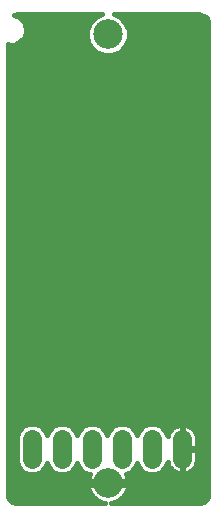
<source format=gbl>
G75*
G70*
%OFA0B0*%
%FSLAX24Y24*%
%IPPOS*%
%LPD*%
%AMOC8*
5,1,8,0,0,1.08239X$1,22.5*
%
%ADD10C,0.0640*%
%ADD11C,0.0984*%
%ADD12C,0.0160*%
D10*
X001552Y002109D02*
X001552Y002749D01*
X002552Y002749D02*
X002552Y002109D01*
X003552Y002109D02*
X003552Y002749D01*
X004552Y002749D02*
X004552Y002109D01*
X005552Y002109D02*
X005552Y002749D01*
X006552Y002749D02*
X006552Y002109D01*
D11*
X004072Y001288D03*
X004072Y016249D03*
D12*
X000734Y000864D02*
X000779Y000755D01*
X000862Y000673D01*
X000970Y000628D01*
X001028Y000622D01*
X003983Y000622D01*
X003940Y000628D01*
X003855Y000650D01*
X003774Y000684D01*
X003698Y000728D01*
X003628Y000782D01*
X003565Y000844D01*
X003512Y000914D01*
X003468Y000990D01*
X003434Y001072D01*
X003411Y001157D01*
X003403Y001220D01*
X004004Y001220D01*
X004004Y001356D01*
X003403Y001356D01*
X003411Y001420D01*
X003434Y001505D01*
X003468Y001586D01*
X003469Y001589D01*
X003448Y001589D01*
X003257Y001668D01*
X003111Y001814D01*
X003052Y001957D01*
X002993Y001814D01*
X002846Y001668D01*
X002655Y001589D01*
X002448Y001589D01*
X002257Y001668D01*
X002111Y001814D01*
X002052Y001957D01*
X001993Y001814D01*
X001846Y001668D01*
X001655Y001589D01*
X001448Y001589D01*
X001257Y001668D01*
X001111Y001814D01*
X001032Y002005D01*
X001032Y002852D01*
X001111Y003043D01*
X001257Y003189D01*
X001448Y003268D01*
X001655Y003268D01*
X001846Y003189D01*
X001993Y003043D01*
X002052Y002900D01*
X002111Y003043D01*
X002257Y003189D01*
X002448Y003268D01*
X002655Y003268D01*
X002846Y003189D01*
X002993Y003043D01*
X003052Y002900D01*
X003111Y003043D01*
X003257Y003189D01*
X003448Y003268D01*
X003655Y003268D01*
X003846Y003189D01*
X003993Y003043D01*
X004052Y002900D01*
X004111Y003043D01*
X004257Y003189D01*
X004448Y003268D01*
X004655Y003268D01*
X004846Y003189D01*
X004993Y003043D01*
X005052Y002900D01*
X005111Y003043D01*
X005257Y003189D01*
X005448Y003268D01*
X005655Y003268D01*
X005846Y003189D01*
X005993Y003043D01*
X006065Y002868D01*
X006088Y002940D01*
X006124Y003011D01*
X006170Y003074D01*
X006226Y003130D01*
X006290Y003176D01*
X006360Y003212D01*
X006435Y003236D01*
X006512Y003248D01*
X006532Y003248D01*
X006532Y002449D01*
X006572Y002449D01*
X006572Y003248D01*
X006591Y003248D01*
X006669Y003236D01*
X006744Y003212D01*
X006814Y003176D01*
X006878Y003130D01*
X006933Y003074D01*
X006979Y003011D01*
X007015Y002940D01*
X007039Y002866D01*
X007052Y002788D01*
X007052Y002449D01*
X006572Y002449D01*
X006572Y002408D01*
X006572Y001609D01*
X006591Y001609D01*
X006669Y001621D01*
X006744Y001645D01*
X006814Y001681D01*
X006878Y001727D01*
X006933Y001783D01*
X006979Y001846D01*
X007015Y001917D01*
X007039Y001991D01*
X007052Y002069D01*
X007052Y002408D01*
X006572Y002408D01*
X006532Y002408D01*
X006532Y001609D01*
X006512Y001609D01*
X006435Y001621D01*
X006360Y001645D01*
X006290Y001681D01*
X006226Y001727D01*
X006170Y001783D01*
X006124Y001846D01*
X006088Y001917D01*
X006065Y001989D01*
X005993Y001814D01*
X005846Y001668D01*
X005655Y001589D01*
X005448Y001589D01*
X005257Y001668D01*
X005111Y001814D01*
X005052Y001957D01*
X004993Y001814D01*
X004846Y001668D01*
X004671Y001595D01*
X004676Y001586D01*
X004710Y001505D01*
X004732Y001420D01*
X004741Y001356D01*
X004140Y001356D01*
X004140Y001220D01*
X004741Y001220D01*
X004732Y001157D01*
X004710Y001072D01*
X004676Y000990D01*
X004632Y000914D01*
X004578Y000844D01*
X004516Y000782D01*
X004446Y000728D01*
X004370Y000684D01*
X004288Y000650D01*
X004203Y000628D01*
X004161Y000622D01*
X007115Y000622D01*
X007174Y000628D01*
X007282Y000673D01*
X007365Y000755D01*
X007409Y000863D01*
X007415Y000922D01*
X007415Y016532D01*
X007415Y016586D01*
X007415Y016615D01*
X007409Y016673D01*
X007365Y016782D01*
X007282Y016864D01*
X007174Y016909D01*
X007115Y016915D01*
X004272Y016915D01*
X004464Y016836D01*
X004659Y016641D01*
X004764Y016386D01*
X004764Y016111D01*
X004659Y015857D01*
X004464Y015662D01*
X004209Y015557D01*
X003934Y015557D01*
X003680Y015662D01*
X003485Y015857D01*
X003380Y016111D01*
X003380Y016386D01*
X003485Y016641D01*
X003680Y016836D01*
X003872Y016915D01*
X001111Y016915D01*
X001084Y016915D01*
X001028Y016915D01*
X000970Y016909D01*
X000947Y016900D01*
X001124Y016826D01*
X001263Y016687D01*
X001339Y016505D01*
X001339Y016308D01*
X001263Y016126D01*
X001124Y015986D01*
X000942Y015911D01*
X000745Y015911D01*
X000728Y015918D01*
X000728Y001005D01*
X000728Y000987D01*
X000728Y000922D01*
X000734Y000864D01*
X000743Y000841D02*
X003568Y000841D01*
X003464Y001000D02*
X000728Y001000D01*
X000728Y001158D02*
X003411Y001158D01*
X003426Y001476D02*
X000728Y001476D01*
X000728Y001634D02*
X001338Y001634D01*
X001132Y001793D02*
X000728Y001793D01*
X000728Y001951D02*
X001054Y001951D01*
X001032Y002110D02*
X000728Y002110D01*
X000728Y002268D02*
X001032Y002268D01*
X001032Y002427D02*
X000728Y002427D01*
X000728Y002585D02*
X001032Y002585D01*
X001032Y002744D02*
X000728Y002744D01*
X000728Y002902D02*
X001053Y002902D01*
X001129Y003061D02*
X000728Y003061D01*
X000728Y003219D02*
X001330Y003219D01*
X001773Y003219D02*
X002330Y003219D01*
X002129Y003061D02*
X001975Y003061D01*
X002051Y002902D02*
X002053Y002902D01*
X002049Y001951D02*
X002054Y001951D01*
X002132Y001793D02*
X001971Y001793D01*
X001765Y001634D02*
X002338Y001634D01*
X002765Y001634D02*
X003338Y001634D01*
X003132Y001793D02*
X002971Y001793D01*
X003049Y001951D02*
X003054Y001951D01*
X003051Y002902D02*
X003053Y002902D01*
X003129Y003061D02*
X002975Y003061D01*
X002773Y003219D02*
X003330Y003219D01*
X003773Y003219D02*
X004330Y003219D01*
X004129Y003061D02*
X003975Y003061D01*
X004051Y002902D02*
X004053Y002902D01*
X004717Y001476D02*
X007415Y001476D01*
X007415Y001634D02*
X006710Y001634D01*
X006572Y001634D02*
X006532Y001634D01*
X006532Y001793D02*
X006572Y001793D01*
X006572Y001951D02*
X006532Y001951D01*
X006532Y002110D02*
X006572Y002110D01*
X006572Y002268D02*
X006532Y002268D01*
X006572Y002427D02*
X007415Y002427D01*
X007415Y002585D02*
X007052Y002585D01*
X007052Y002744D02*
X007415Y002744D01*
X007415Y002902D02*
X007028Y002902D01*
X006943Y003061D02*
X007415Y003061D01*
X007415Y003219D02*
X006720Y003219D01*
X006572Y003219D02*
X006532Y003219D01*
X006532Y003061D02*
X006572Y003061D01*
X006572Y002902D02*
X006532Y002902D01*
X006532Y002744D02*
X006572Y002744D01*
X006572Y002585D02*
X006532Y002585D01*
X006383Y003219D02*
X005773Y003219D01*
X005975Y003061D02*
X006161Y003061D01*
X006076Y002902D02*
X006051Y002902D01*
X006049Y001951D02*
X006077Y001951D01*
X006163Y001793D02*
X005971Y001793D01*
X005765Y001634D02*
X006394Y001634D01*
X006940Y001793D02*
X007415Y001793D01*
X007415Y001951D02*
X007026Y001951D01*
X007052Y002110D02*
X007415Y002110D01*
X007415Y002268D02*
X007052Y002268D01*
X007415Y001317D02*
X004140Y001317D01*
X004004Y001317D02*
X000728Y001317D01*
X000852Y000683D02*
X003777Y000683D01*
X004367Y000683D02*
X007292Y000683D01*
X007400Y000841D02*
X004575Y000841D01*
X004680Y001000D02*
X007415Y001000D01*
X007415Y001158D02*
X004733Y001158D01*
X004765Y001634D02*
X005338Y001634D01*
X005132Y001793D02*
X004971Y001793D01*
X005049Y001951D02*
X005054Y001951D01*
X005051Y002902D02*
X005053Y002902D01*
X005129Y003061D02*
X004975Y003061D01*
X004773Y003219D02*
X005330Y003219D01*
X007415Y003378D02*
X000728Y003378D01*
X000728Y003537D02*
X007415Y003537D01*
X007415Y003695D02*
X000728Y003695D01*
X000728Y003854D02*
X007415Y003854D01*
X007415Y004012D02*
X000728Y004012D01*
X000728Y004171D02*
X007415Y004171D01*
X007415Y004329D02*
X000728Y004329D01*
X000728Y004488D02*
X007415Y004488D01*
X007415Y004646D02*
X000728Y004646D01*
X000728Y004805D02*
X007415Y004805D01*
X007415Y004963D02*
X000728Y004963D01*
X000728Y005122D02*
X007415Y005122D01*
X007415Y005281D02*
X000728Y005281D01*
X000728Y005439D02*
X007415Y005439D01*
X007415Y005598D02*
X000728Y005598D01*
X000728Y005756D02*
X007415Y005756D01*
X007415Y005915D02*
X000728Y005915D01*
X000728Y006073D02*
X007415Y006073D01*
X007415Y006232D02*
X000728Y006232D01*
X000728Y006390D02*
X007415Y006390D01*
X007415Y006549D02*
X000728Y006549D01*
X000728Y006707D02*
X007415Y006707D01*
X007415Y006866D02*
X000728Y006866D01*
X000728Y007025D02*
X007415Y007025D01*
X007415Y007183D02*
X000728Y007183D01*
X000728Y007342D02*
X007415Y007342D01*
X007415Y007500D02*
X000728Y007500D01*
X000728Y007659D02*
X007415Y007659D01*
X007415Y007817D02*
X000728Y007817D01*
X000728Y007976D02*
X007415Y007976D01*
X007415Y008134D02*
X000728Y008134D01*
X000728Y008293D02*
X007415Y008293D01*
X007415Y008451D02*
X000728Y008451D01*
X000728Y008610D02*
X007415Y008610D01*
X007415Y008769D02*
X000728Y008769D01*
X000728Y008927D02*
X007415Y008927D01*
X007415Y009086D02*
X000728Y009086D01*
X000728Y009244D02*
X007415Y009244D01*
X007415Y009403D02*
X000728Y009403D01*
X000728Y009561D02*
X007415Y009561D01*
X007415Y009720D02*
X000728Y009720D01*
X000728Y009878D02*
X007415Y009878D01*
X007415Y010037D02*
X000728Y010037D01*
X000728Y010195D02*
X007415Y010195D01*
X007415Y010354D02*
X000728Y010354D01*
X000728Y010512D02*
X007415Y010512D01*
X007415Y010671D02*
X000728Y010671D01*
X000728Y010830D02*
X007415Y010830D01*
X007415Y010988D02*
X000728Y010988D01*
X000728Y011147D02*
X007415Y011147D01*
X007415Y011305D02*
X000728Y011305D01*
X000728Y011464D02*
X007415Y011464D01*
X007415Y011622D02*
X000728Y011622D01*
X000728Y011781D02*
X007415Y011781D01*
X007415Y011939D02*
X000728Y011939D01*
X000728Y012098D02*
X007415Y012098D01*
X007415Y012256D02*
X000728Y012256D01*
X000728Y012415D02*
X007415Y012415D01*
X007415Y012574D02*
X000728Y012574D01*
X000728Y012732D02*
X007415Y012732D01*
X007415Y012891D02*
X000728Y012891D01*
X000728Y013049D02*
X007415Y013049D01*
X007415Y013208D02*
X000728Y013208D01*
X000728Y013366D02*
X007415Y013366D01*
X007415Y013525D02*
X000728Y013525D01*
X000728Y013683D02*
X007415Y013683D01*
X007415Y013842D02*
X000728Y013842D01*
X000728Y014000D02*
X007415Y014000D01*
X007415Y014159D02*
X000728Y014159D01*
X000728Y014318D02*
X007415Y014318D01*
X007415Y014476D02*
X000728Y014476D01*
X000728Y014635D02*
X007415Y014635D01*
X007415Y014793D02*
X000728Y014793D01*
X000728Y014952D02*
X007415Y014952D01*
X007415Y015110D02*
X000728Y015110D01*
X000728Y015269D02*
X007415Y015269D01*
X007415Y015427D02*
X000728Y015427D01*
X000728Y015586D02*
X003864Y015586D01*
X003597Y015744D02*
X000728Y015744D01*
X000728Y015903D02*
X003466Y015903D01*
X003400Y016061D02*
X001199Y016061D01*
X001302Y016220D02*
X003380Y016220D01*
X003380Y016379D02*
X001339Y016379D01*
X001325Y016537D02*
X003442Y016537D01*
X003540Y016696D02*
X001254Y016696D01*
X001056Y016854D02*
X003725Y016854D01*
X004280Y015586D02*
X007415Y015586D01*
X007415Y015744D02*
X004546Y015744D01*
X004678Y015903D02*
X007415Y015903D01*
X007415Y016061D02*
X004743Y016061D01*
X004764Y016220D02*
X007415Y016220D01*
X007415Y016379D02*
X004764Y016379D01*
X004702Y016537D02*
X007415Y016537D01*
X007400Y016696D02*
X004604Y016696D01*
X004419Y016854D02*
X007292Y016854D01*
M02*

</source>
